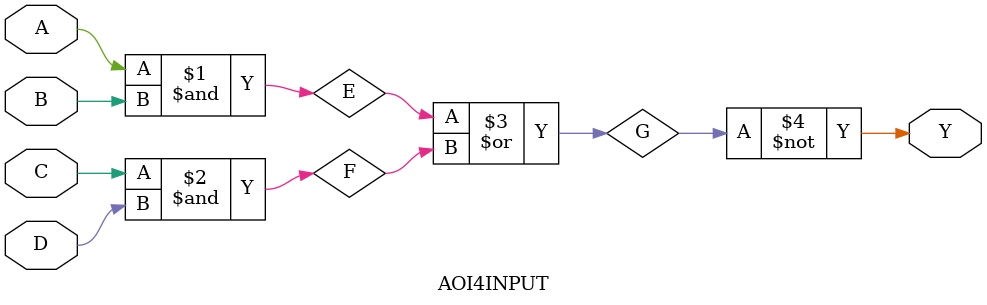
<source format=v>
`timescale 1ns / 1ps


module AOI4INPUT(
    input A,
    input B,
    input C,
    input D,
    output Y
    );
    
    wire E,F,G;
    assign E=A&B;
    assign F=C&D;
    assign G= E|F;
    assign Y=~G;
    
endmodule

</source>
